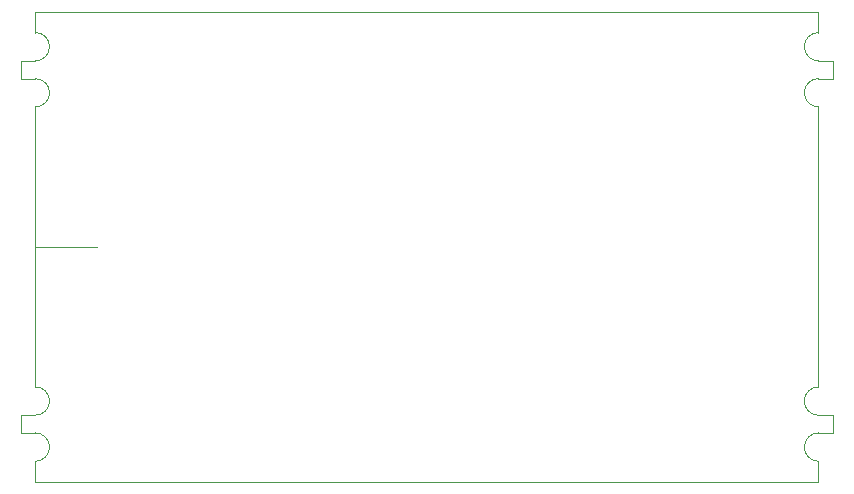
<source format=gm1>
G04 #@! TF.GenerationSoftware,KiCad,Pcbnew,8.0.8*
G04 #@! TF.CreationDate,2025-02-19T14:35:13-05:00*
G04 #@! TF.ProjectId,afe_230v_16a,6166655f-3233-4307-965f-3136612e6b69,rev?*
G04 #@! TF.SameCoordinates,Original*
G04 #@! TF.FileFunction,Profile,NP*
%FSLAX46Y46*%
G04 Gerber Fmt 4.6, Leading zero omitted, Abs format (unit mm)*
G04 Created by KiCad (PCBNEW 8.0.8) date 2025-02-19 14:35:13*
%MOMM*%
%LPD*%
G01*
G04 APERTURE LIST*
G04 #@! TA.AperFunction,Profile*
%ADD10C,0.050000*%
G04 #@! TD*
G04 APERTURE END LIST*
D10*
X262700000Y-113560000D02*
G75*
G02*
X261500000Y-112360000I0J1200000D01*
G01*
X261500000Y-86260000D02*
G75*
G02*
X262700000Y-85060000I1200000J0D01*
G01*
X195150000Y-115060000D02*
X195150000Y-113560000D01*
X197600000Y-116260000D02*
G75*
G02*
X196400000Y-117460000I-1200000J0D01*
G01*
X262700000Y-81160000D02*
X262700000Y-79410000D01*
X262700000Y-113560000D02*
X263950000Y-113560000D01*
X263950000Y-83560000D02*
X263950000Y-85060000D01*
X263950000Y-113560000D02*
X263950000Y-115060000D01*
X261500000Y-82360000D02*
G75*
G02*
X262700000Y-81160000I1200000J0D01*
G01*
X262700000Y-115060000D02*
X263950000Y-115060000D01*
X195150000Y-85060000D02*
X195150000Y-83560000D01*
X262700000Y-117460000D02*
X262700000Y-119210000D01*
X262700000Y-117460000D02*
G75*
G02*
X261500000Y-116260000I0J1200000D01*
G01*
X262700000Y-83560000D02*
X263950000Y-83560000D01*
X261500000Y-116260000D02*
G75*
G02*
X262700000Y-115060000I1200000J0D01*
G01*
X262700000Y-87460000D02*
G75*
G02*
X261500000Y-86260000I0J1200000D01*
G01*
X196400000Y-85060000D02*
X195150000Y-85060000D01*
X196400000Y-83560000D02*
X195150000Y-83560000D01*
X196400000Y-115060000D02*
G75*
G02*
X197600000Y-116260000I0J-1200000D01*
G01*
X196400000Y-81160000D02*
G75*
G02*
X197600000Y-82360000I0J-1200000D01*
G01*
X196400000Y-81160000D02*
X196400000Y-79410000D01*
X196400000Y-117460000D02*
X196400000Y-119210000D01*
X197600000Y-82360000D02*
G75*
G02*
X196400000Y-83560000I-1200000J0D01*
G01*
X196400000Y-111160000D02*
X196400000Y-87460000D01*
X197600000Y-86260000D02*
G75*
G02*
X196400000Y-87460000I-1200000J0D01*
G01*
X197600000Y-112360000D02*
G75*
G02*
X196400000Y-113560000I-1200000J0D01*
G01*
X262700000Y-85060000D02*
X263950000Y-85060000D01*
X261500000Y-112360000D02*
G75*
G02*
X262700000Y-111160000I1200000J0D01*
G01*
X196400000Y-85060000D02*
G75*
G02*
X197600000Y-86260000I0J-1200000D01*
G01*
X262700000Y-83560000D02*
G75*
G02*
X261500000Y-82360000I0J1200000D01*
G01*
X262700000Y-79410000D02*
X196400000Y-79410000D01*
X196400000Y-111160000D02*
G75*
G02*
X197600000Y-112360000I0J-1200000D01*
G01*
X262700000Y-87460000D02*
X262700000Y-111160000D01*
X196400000Y-99310000D02*
X201605000Y-99310000D01*
X196400000Y-119210000D02*
X262700000Y-119210000D01*
X196400000Y-115060000D02*
X195150000Y-115060000D01*
X196400000Y-113560000D02*
X195150000Y-113560000D01*
M02*

</source>
